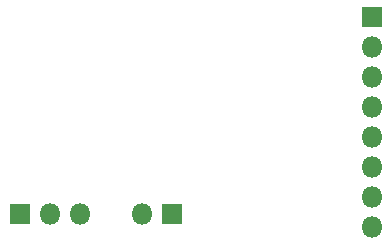
<source format=gbr>
%TF.GenerationSoftware,KiCad,Pcbnew,(5.1.6)-1*%
%TF.CreationDate,2021-07-28T23:36:17+08:00*%
%TF.ProjectId,wireless_measurement_ard,77697265-6c65-4737-935f-6d6561737572,rev?*%
%TF.SameCoordinates,Original*%
%TF.FileFunction,Soldermask,Bot*%
%TF.FilePolarity,Negative*%
%FSLAX46Y46*%
G04 Gerber Fmt 4.6, Leading zero omitted, Abs format (unit mm)*
G04 Created by KiCad (PCBNEW (5.1.6)-1) date 2021-07-28 23:36:17*
%MOMM*%
%LPD*%
G01*
G04 APERTURE LIST*
%ADD10O,1.800000X1.800000*%
%ADD11R,1.800000X1.800000*%
G04 APERTURE END LIST*
D10*
%TO.C,EFM8_Prog1*%
X150500000Y-93500000D03*
X147960000Y-93500000D03*
D11*
X145420000Y-93500000D03*
%TD*%
D10*
%TO.C,J1*%
X175250000Y-94530000D03*
X175250000Y-91990000D03*
X175250000Y-89450000D03*
X175250000Y-86910000D03*
X175250000Y-84370000D03*
X175250000Y-81830000D03*
X175250000Y-79290000D03*
D11*
X175250000Y-76750000D03*
%TD*%
D10*
%TO.C,Battery1*%
X155750000Y-93500000D03*
D11*
X158290000Y-93500000D03*
%TD*%
M02*

</source>
